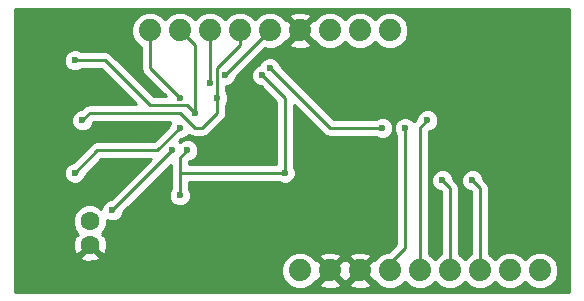
<source format=gbl>
G04 #@! TF.FileFunction,Copper,L2,Bot,Signal*
%FSLAX46Y46*%
G04 Gerber Fmt 4.6, Leading zero omitted, Abs format (unit mm)*
G04 Created by KiCad (PCBNEW 4.0.6) date Thursday, January 11, 2018 'PMt' 08:13:23 PM*
%MOMM*%
%LPD*%
G01*
G04 APERTURE LIST*
%ADD10C,0.100000*%
%ADD11C,1.597660*%
%ADD12C,1.879600*%
%ADD13C,0.600000*%
%ADD14C,0.250000*%
%ADD15C,0.254000*%
G04 APERTURE END LIST*
D10*
D11*
X147955000Y-107043220D03*
X147955000Y-105046780D03*
D12*
X186055000Y-109220000D03*
X183515000Y-109220000D03*
X180975000Y-109220000D03*
X178435000Y-109220000D03*
X175895000Y-109220000D03*
X173355000Y-109220000D03*
X170815000Y-109220000D03*
X168275000Y-109220000D03*
X165735000Y-109220000D03*
X153035000Y-88900000D03*
X155575000Y-88900000D03*
X158115000Y-88900000D03*
X160655000Y-88900000D03*
X163195000Y-88900000D03*
X165735000Y-88900000D03*
X168275000Y-88900000D03*
X170815000Y-88900000D03*
X173355000Y-88900000D03*
D13*
X143510000Y-102870000D03*
X167005000Y-105410000D03*
X170180000Y-92075000D03*
X149225000Y-97155000D03*
X163195000Y-102235000D03*
X159792500Y-99287500D03*
X161517500Y-99287500D03*
X161517500Y-97562500D03*
X159792500Y-97562500D03*
X149225000Y-100330000D03*
X177800000Y-101600000D03*
X172720000Y-97155000D03*
X163195000Y-92075000D03*
X174625000Y-97155000D03*
X149860000Y-104140000D03*
X154940000Y-99060000D03*
X162560000Y-92710000D03*
X164465000Y-100965000D03*
X155575000Y-102870000D03*
X156210000Y-99060000D03*
X155575000Y-94615000D03*
X146685000Y-91440000D03*
X156845000Y-95885000D03*
X158115000Y-93345000D03*
X158750000Y-94615000D03*
X147320000Y-96520000D03*
X159385000Y-92710000D03*
X155575000Y-97155000D03*
X146685000Y-100965000D03*
X180340000Y-101600000D03*
X176530000Y-96520000D03*
D14*
X159792500Y-99287500D02*
X160020000Y-99060000D01*
X161517500Y-99287500D02*
X161290000Y-99060000D01*
X161517500Y-97562500D02*
X161290000Y-97790000D01*
X159792500Y-97562500D02*
X160020000Y-97790000D01*
X178435000Y-102235000D02*
X178435000Y-109220000D01*
X177800000Y-101600000D02*
X178435000Y-102235000D01*
X168275000Y-97155000D02*
X172720000Y-97155000D01*
X163195000Y-92075000D02*
X168275000Y-97155000D01*
X174625000Y-107315000D02*
X173355000Y-108585000D01*
X174625000Y-97155000D02*
X174625000Y-107315000D01*
X173355000Y-108585000D02*
X173355000Y-109220000D01*
X154940000Y-99060000D02*
X149860000Y-104140000D01*
X164465000Y-94615000D02*
X164465000Y-100965000D01*
X162560000Y-92710000D02*
X164465000Y-94615000D01*
X164465000Y-100965000D02*
X155575000Y-100965000D01*
X155575000Y-99695000D02*
X155575000Y-100965000D01*
X155575000Y-100965000D02*
X155575000Y-102870000D01*
X156210000Y-99060000D02*
X155575000Y-99695000D01*
X153035000Y-92075000D02*
X153035000Y-88900000D01*
X155575000Y-94615000D02*
X153035000Y-92075000D01*
X156845000Y-95885000D02*
X156210000Y-95250000D01*
X149225000Y-91440000D02*
X146685000Y-91440000D01*
X153035000Y-95250000D02*
X149225000Y-91440000D01*
X156210000Y-95250000D02*
X153035000Y-95250000D01*
X156845000Y-90170000D02*
X155575000Y-88900000D01*
X156845000Y-95885000D02*
X156845000Y-90170000D01*
X158115000Y-93345000D02*
X158115000Y-88900000D01*
X156845000Y-97155000D02*
X155575000Y-95885000D01*
X158750000Y-92075000D02*
X158750000Y-94615000D01*
X158750000Y-94615000D02*
X158750000Y-95885000D01*
X158750000Y-95885000D02*
X157480000Y-97155000D01*
X157480000Y-97155000D02*
X156845000Y-97155000D01*
X159385000Y-91440000D02*
X158750000Y-92075000D01*
X147955000Y-95885000D02*
X147320000Y-96520000D01*
X155575000Y-95885000D02*
X147955000Y-95885000D01*
X160655000Y-90170000D02*
X160655000Y-88900000D01*
X159385000Y-91440000D02*
X160655000Y-90170000D01*
X159385000Y-92710000D02*
X163195000Y-88900000D01*
X155575000Y-97155000D02*
X153670000Y-99060000D01*
X153670000Y-99060000D02*
X148590000Y-99060000D01*
X148590000Y-99060000D02*
X146685000Y-100965000D01*
X180975000Y-102235000D02*
X180975000Y-109220000D01*
X180340000Y-101600000D02*
X180975000Y-102235000D01*
X175895000Y-97155000D02*
X175895000Y-109220000D01*
X176530000Y-96520000D02*
X175895000Y-97155000D01*
D15*
G36*
X188545000Y-111075000D02*
X141655000Y-111075000D01*
X141655000Y-109531873D01*
X164159927Y-109531873D01*
X164399171Y-110110887D01*
X164841783Y-110554272D01*
X165420379Y-110794526D01*
X166046873Y-110795073D01*
X166625887Y-110555829D01*
X166853144Y-110328968D01*
X167345637Y-110328968D01*
X167436923Y-110589580D01*
X168024833Y-110806045D01*
X168650828Y-110781049D01*
X169113077Y-110589580D01*
X169204363Y-110328968D01*
X169885637Y-110328968D01*
X169976923Y-110589580D01*
X170564833Y-110806045D01*
X171190828Y-110781049D01*
X171653077Y-110589580D01*
X171744363Y-110328968D01*
X170815000Y-109399605D01*
X169885637Y-110328968D01*
X169204363Y-110328968D01*
X168275000Y-109399605D01*
X167345637Y-110328968D01*
X166853144Y-110328968D01*
X167067601Y-110114885D01*
X167166032Y-110149363D01*
X168095395Y-109220000D01*
X168454605Y-109220000D01*
X169383968Y-110149363D01*
X169545000Y-110092957D01*
X169706032Y-110149363D01*
X170635395Y-109220000D01*
X170994605Y-109220000D01*
X171923968Y-110149363D01*
X172022964Y-110114687D01*
X172461783Y-110554272D01*
X173040379Y-110794526D01*
X173666873Y-110795073D01*
X174245887Y-110555829D01*
X174625273Y-110177104D01*
X175001783Y-110554272D01*
X175580379Y-110794526D01*
X176206873Y-110795073D01*
X176785887Y-110555829D01*
X177165273Y-110177104D01*
X177541783Y-110554272D01*
X178120379Y-110794526D01*
X178746873Y-110795073D01*
X179325887Y-110555829D01*
X179705273Y-110177104D01*
X180081783Y-110554272D01*
X180660379Y-110794526D01*
X181286873Y-110795073D01*
X181865887Y-110555829D01*
X182245273Y-110177104D01*
X182621783Y-110554272D01*
X183200379Y-110794526D01*
X183826873Y-110795073D01*
X184405887Y-110555829D01*
X184785273Y-110177104D01*
X185161783Y-110554272D01*
X185740379Y-110794526D01*
X186366873Y-110795073D01*
X186945887Y-110555829D01*
X187389272Y-110113217D01*
X187629526Y-109534621D01*
X187630073Y-108908127D01*
X187390829Y-108329113D01*
X186948217Y-107885728D01*
X186369621Y-107645474D01*
X185743127Y-107644927D01*
X185164113Y-107884171D01*
X184784727Y-108262896D01*
X184408217Y-107885728D01*
X183829621Y-107645474D01*
X183203127Y-107644927D01*
X182624113Y-107884171D01*
X182244727Y-108262896D01*
X181868217Y-107885728D01*
X181735000Y-107830411D01*
X181735000Y-102235000D01*
X181677148Y-101944161D01*
X181512401Y-101697599D01*
X181275122Y-101460320D01*
X181275162Y-101414833D01*
X181133117Y-101071057D01*
X180870327Y-100807808D01*
X180526799Y-100665162D01*
X180154833Y-100664838D01*
X179811057Y-100806883D01*
X179547808Y-101069673D01*
X179405162Y-101413201D01*
X179404838Y-101785167D01*
X179546883Y-102128943D01*
X179809673Y-102392192D01*
X180153201Y-102534838D01*
X180200077Y-102534879D01*
X180215000Y-102549802D01*
X180215000Y-107830090D01*
X180084113Y-107884171D01*
X179704727Y-108262896D01*
X179328217Y-107885728D01*
X179195000Y-107830411D01*
X179195000Y-102235000D01*
X179137148Y-101944161D01*
X178972401Y-101697599D01*
X178735122Y-101460320D01*
X178735162Y-101414833D01*
X178593117Y-101071057D01*
X178330327Y-100807808D01*
X177986799Y-100665162D01*
X177614833Y-100664838D01*
X177271057Y-100806883D01*
X177007808Y-101069673D01*
X176865162Y-101413201D01*
X176864838Y-101785167D01*
X177006883Y-102128943D01*
X177269673Y-102392192D01*
X177613201Y-102534838D01*
X177660077Y-102534879D01*
X177675000Y-102549802D01*
X177675000Y-107830090D01*
X177544113Y-107884171D01*
X177164727Y-108262896D01*
X176788217Y-107885728D01*
X176655000Y-107830411D01*
X176655000Y-97469802D01*
X176669680Y-97455122D01*
X176715167Y-97455162D01*
X177058943Y-97313117D01*
X177322192Y-97050327D01*
X177464838Y-96706799D01*
X177465162Y-96334833D01*
X177323117Y-95991057D01*
X177060327Y-95727808D01*
X176716799Y-95585162D01*
X176344833Y-95584838D01*
X176001057Y-95726883D01*
X175737808Y-95989673D01*
X175595162Y-96333201D01*
X175595121Y-96380077D01*
X175383659Y-96591539D01*
X175155327Y-96362808D01*
X174811799Y-96220162D01*
X174439833Y-96219838D01*
X174096057Y-96361883D01*
X173832808Y-96624673D01*
X173690162Y-96968201D01*
X173689838Y-97340167D01*
X173831883Y-97683943D01*
X173865000Y-97717118D01*
X173865000Y-107000198D01*
X173220116Y-107645082D01*
X173043127Y-107644927D01*
X172464113Y-107884171D01*
X172022399Y-108325115D01*
X171923968Y-108290637D01*
X170994605Y-109220000D01*
X170635395Y-109220000D01*
X169706032Y-108290637D01*
X169545000Y-108347043D01*
X169383968Y-108290637D01*
X168454605Y-109220000D01*
X168095395Y-109220000D01*
X167166032Y-108290637D01*
X167067036Y-108325313D01*
X166853129Y-108111032D01*
X167345637Y-108111032D01*
X168275000Y-109040395D01*
X169204363Y-108111032D01*
X169885637Y-108111032D01*
X170815000Y-109040395D01*
X171744363Y-108111032D01*
X171653077Y-107850420D01*
X171065167Y-107633955D01*
X170439172Y-107658951D01*
X169976923Y-107850420D01*
X169885637Y-108111032D01*
X169204363Y-108111032D01*
X169113077Y-107850420D01*
X168525167Y-107633955D01*
X167899172Y-107658951D01*
X167436923Y-107850420D01*
X167345637Y-108111032D01*
X166853129Y-108111032D01*
X166628217Y-107885728D01*
X166049621Y-107645474D01*
X165423127Y-107644927D01*
X164844113Y-107884171D01*
X164400728Y-108326783D01*
X164160474Y-108905379D01*
X164159927Y-109531873D01*
X141655000Y-109531873D01*
X141655000Y-108050117D01*
X147127708Y-108050117D01*
X147201699Y-108296115D01*
X147738502Y-108489020D01*
X148308266Y-108461816D01*
X148708301Y-108296115D01*
X148782292Y-108050117D01*
X147955000Y-107222825D01*
X147127708Y-108050117D01*
X141655000Y-108050117D01*
X141655000Y-91625167D01*
X145749838Y-91625167D01*
X145891883Y-91968943D01*
X146154673Y-92232192D01*
X146498201Y-92374838D01*
X146870167Y-92375162D01*
X147213943Y-92233117D01*
X147247118Y-92200000D01*
X148910198Y-92200000D01*
X151835198Y-95125000D01*
X147955000Y-95125000D01*
X147664161Y-95182852D01*
X147417599Y-95347599D01*
X147180320Y-95584878D01*
X147134833Y-95584838D01*
X146791057Y-95726883D01*
X146527808Y-95989673D01*
X146385162Y-96333201D01*
X146384838Y-96705167D01*
X146526883Y-97048943D01*
X146789673Y-97312192D01*
X147133201Y-97454838D01*
X147505167Y-97455162D01*
X147848943Y-97313117D01*
X148112192Y-97050327D01*
X148254838Y-96706799D01*
X148254879Y-96659923D01*
X148269802Y-96645000D01*
X154774367Y-96645000D01*
X154640162Y-96968201D01*
X154640121Y-97015077D01*
X153355198Y-98300000D01*
X148590000Y-98300000D01*
X148299161Y-98357852D01*
X148052599Y-98522599D01*
X146545320Y-100029878D01*
X146499833Y-100029838D01*
X146156057Y-100171883D01*
X145892808Y-100434673D01*
X145750162Y-100778201D01*
X145749838Y-101150167D01*
X145891883Y-101493943D01*
X146154673Y-101757192D01*
X146498201Y-101899838D01*
X146870167Y-101900162D01*
X147213943Y-101758117D01*
X147477192Y-101495327D01*
X147619838Y-101151799D01*
X147619879Y-101104923D01*
X148904802Y-99820000D01*
X153105198Y-99820000D01*
X149720320Y-103204878D01*
X149674833Y-103204838D01*
X149331057Y-103346883D01*
X149067808Y-103609673D01*
X148925162Y-103953201D01*
X148925131Y-103989092D01*
X148768260Y-103831947D01*
X148241458Y-103613200D01*
X147671045Y-103612702D01*
X147143862Y-103830530D01*
X146740167Y-104233520D01*
X146521420Y-104760322D01*
X146520922Y-105330735D01*
X146738750Y-105857918D01*
X146907404Y-106026868D01*
X146833222Y-106101050D01*
X146948101Y-106215929D01*
X146702105Y-106289919D01*
X146509200Y-106826722D01*
X146536404Y-107396486D01*
X146702105Y-107796521D01*
X146948103Y-107870512D01*
X147775395Y-107043220D01*
X147761253Y-107029078D01*
X147940858Y-106849473D01*
X147955000Y-106863615D01*
X147969143Y-106849473D01*
X148148748Y-107029078D01*
X148134605Y-107043220D01*
X148961897Y-107870512D01*
X149207895Y-107796521D01*
X149400800Y-107259718D01*
X149373596Y-106689954D01*
X149207895Y-106289919D01*
X148961899Y-106215929D01*
X149076778Y-106101050D01*
X149002655Y-106026927D01*
X149169833Y-105860040D01*
X149388580Y-105333238D01*
X149388909Y-104956789D01*
X149673201Y-105074838D01*
X150045167Y-105075162D01*
X150388943Y-104933117D01*
X150652192Y-104670327D01*
X150794838Y-104326799D01*
X150794879Y-104279923D01*
X154815000Y-100259802D01*
X154815000Y-102307537D01*
X154782808Y-102339673D01*
X154640162Y-102683201D01*
X154639838Y-103055167D01*
X154781883Y-103398943D01*
X155044673Y-103662192D01*
X155388201Y-103804838D01*
X155760167Y-103805162D01*
X156103943Y-103663117D01*
X156367192Y-103400327D01*
X156509838Y-103056799D01*
X156510162Y-102684833D01*
X156368117Y-102341057D01*
X156335000Y-102307882D01*
X156335000Y-101725000D01*
X163902537Y-101725000D01*
X163934673Y-101757192D01*
X164278201Y-101899838D01*
X164650167Y-101900162D01*
X164993943Y-101758117D01*
X165257192Y-101495327D01*
X165399838Y-101151799D01*
X165400162Y-100779833D01*
X165258117Y-100436057D01*
X165225000Y-100402882D01*
X165225000Y-95179802D01*
X167737599Y-97692401D01*
X167984161Y-97857148D01*
X168275000Y-97915000D01*
X172157537Y-97915000D01*
X172189673Y-97947192D01*
X172533201Y-98089838D01*
X172905167Y-98090162D01*
X173248943Y-97948117D01*
X173512192Y-97685327D01*
X173654838Y-97341799D01*
X173655162Y-96969833D01*
X173513117Y-96626057D01*
X173250327Y-96362808D01*
X172906799Y-96220162D01*
X172534833Y-96219838D01*
X172191057Y-96361883D01*
X172157882Y-96395000D01*
X168589802Y-96395000D01*
X164130122Y-91935320D01*
X164130162Y-91889833D01*
X163988117Y-91546057D01*
X163725327Y-91282808D01*
X163381799Y-91140162D01*
X163009833Y-91139838D01*
X162666057Y-91281883D01*
X162402808Y-91544673D01*
X162293235Y-91808554D01*
X162031057Y-91916883D01*
X161767808Y-92179673D01*
X161625162Y-92523201D01*
X161624838Y-92895167D01*
X161766883Y-93238943D01*
X162029673Y-93502192D01*
X162373201Y-93644838D01*
X162420077Y-93644879D01*
X163705000Y-94929802D01*
X163705000Y-100205000D01*
X156335000Y-100205000D01*
X156335000Y-100009802D01*
X156349680Y-99995122D01*
X156395167Y-99995162D01*
X156738943Y-99853117D01*
X157002192Y-99590327D01*
X157144838Y-99246799D01*
X157145162Y-98874833D01*
X157003117Y-98531057D01*
X156740327Y-98267808D01*
X156396799Y-98125162D01*
X156024833Y-98124838D01*
X155681057Y-98266883D01*
X155575046Y-98372710D01*
X155503631Y-98301171D01*
X155714680Y-98090122D01*
X155760167Y-98090162D01*
X156103943Y-97948117D01*
X156339052Y-97713418D01*
X156554160Y-97857148D01*
X156845000Y-97915000D01*
X157480000Y-97915000D01*
X157770839Y-97857148D01*
X158017401Y-97692401D01*
X159287401Y-96422401D01*
X159452148Y-96175840D01*
X159510000Y-95885000D01*
X159510000Y-95177463D01*
X159542192Y-95145327D01*
X159684838Y-94801799D01*
X159685162Y-94429833D01*
X159543117Y-94086057D01*
X159510000Y-94052882D01*
X159510000Y-93645110D01*
X159570167Y-93645162D01*
X159913943Y-93503117D01*
X160177192Y-93240327D01*
X160319838Y-92896799D01*
X160319879Y-92849923D01*
X162749586Y-90420216D01*
X162880379Y-90474526D01*
X163506873Y-90475073D01*
X164085887Y-90235829D01*
X164313144Y-90008968D01*
X164805637Y-90008968D01*
X164896923Y-90269580D01*
X165484833Y-90486045D01*
X166110828Y-90461049D01*
X166573077Y-90269580D01*
X166664363Y-90008968D01*
X165735000Y-89079605D01*
X164805637Y-90008968D01*
X164313144Y-90008968D01*
X164527601Y-89794885D01*
X164626032Y-89829363D01*
X165555395Y-88900000D01*
X165914605Y-88900000D01*
X166843968Y-89829363D01*
X166942964Y-89794687D01*
X167381783Y-90234272D01*
X167960379Y-90474526D01*
X168586873Y-90475073D01*
X169165887Y-90235829D01*
X169545273Y-89857104D01*
X169921783Y-90234272D01*
X170500379Y-90474526D01*
X171126873Y-90475073D01*
X171705887Y-90235829D01*
X172085273Y-89857104D01*
X172461783Y-90234272D01*
X173040379Y-90474526D01*
X173666873Y-90475073D01*
X174245887Y-90235829D01*
X174689272Y-89793217D01*
X174929526Y-89214621D01*
X174930073Y-88588127D01*
X174690829Y-88009113D01*
X174248217Y-87565728D01*
X173669621Y-87325474D01*
X173043127Y-87324927D01*
X172464113Y-87564171D01*
X172084727Y-87942896D01*
X171708217Y-87565728D01*
X171129621Y-87325474D01*
X170503127Y-87324927D01*
X169924113Y-87564171D01*
X169544727Y-87942896D01*
X169168217Y-87565728D01*
X168589621Y-87325474D01*
X167963127Y-87324927D01*
X167384113Y-87564171D01*
X166942399Y-88005115D01*
X166843968Y-87970637D01*
X165914605Y-88900000D01*
X165555395Y-88900000D01*
X164626032Y-87970637D01*
X164527036Y-88005313D01*
X164313129Y-87791032D01*
X164805637Y-87791032D01*
X165735000Y-88720395D01*
X166664363Y-87791032D01*
X166573077Y-87530420D01*
X165985167Y-87313955D01*
X165359172Y-87338951D01*
X164896923Y-87530420D01*
X164805637Y-87791032D01*
X164313129Y-87791032D01*
X164088217Y-87565728D01*
X163509621Y-87325474D01*
X162883127Y-87324927D01*
X162304113Y-87564171D01*
X161924727Y-87942896D01*
X161548217Y-87565728D01*
X160969621Y-87325474D01*
X160343127Y-87324927D01*
X159764113Y-87564171D01*
X159384727Y-87942896D01*
X159008217Y-87565728D01*
X158429621Y-87325474D01*
X157803127Y-87324927D01*
X157224113Y-87564171D01*
X156844727Y-87942896D01*
X156468217Y-87565728D01*
X155889621Y-87325474D01*
X155263127Y-87324927D01*
X154684113Y-87564171D01*
X154304727Y-87942896D01*
X153928217Y-87565728D01*
X153349621Y-87325474D01*
X152723127Y-87324927D01*
X152144113Y-87564171D01*
X151700728Y-88006783D01*
X151460474Y-88585379D01*
X151459927Y-89211873D01*
X151699171Y-89790887D01*
X152141783Y-90234272D01*
X152275000Y-90289589D01*
X152275000Y-92075000D01*
X152332852Y-92365839D01*
X152497599Y-92612401D01*
X154375198Y-94490000D01*
X153349802Y-94490000D01*
X149762401Y-90902599D01*
X149515839Y-90737852D01*
X149225000Y-90680000D01*
X147247463Y-90680000D01*
X147215327Y-90647808D01*
X146871799Y-90505162D01*
X146499833Y-90504838D01*
X146156057Y-90646883D01*
X145892808Y-90909673D01*
X145750162Y-91253201D01*
X145749838Y-91625167D01*
X141655000Y-91625167D01*
X141655000Y-87045000D01*
X188545000Y-87045000D01*
X188545000Y-111075000D01*
X188545000Y-111075000D01*
G37*
X188545000Y-111075000D02*
X141655000Y-111075000D01*
X141655000Y-109531873D01*
X164159927Y-109531873D01*
X164399171Y-110110887D01*
X164841783Y-110554272D01*
X165420379Y-110794526D01*
X166046873Y-110795073D01*
X166625887Y-110555829D01*
X166853144Y-110328968D01*
X167345637Y-110328968D01*
X167436923Y-110589580D01*
X168024833Y-110806045D01*
X168650828Y-110781049D01*
X169113077Y-110589580D01*
X169204363Y-110328968D01*
X169885637Y-110328968D01*
X169976923Y-110589580D01*
X170564833Y-110806045D01*
X171190828Y-110781049D01*
X171653077Y-110589580D01*
X171744363Y-110328968D01*
X170815000Y-109399605D01*
X169885637Y-110328968D01*
X169204363Y-110328968D01*
X168275000Y-109399605D01*
X167345637Y-110328968D01*
X166853144Y-110328968D01*
X167067601Y-110114885D01*
X167166032Y-110149363D01*
X168095395Y-109220000D01*
X168454605Y-109220000D01*
X169383968Y-110149363D01*
X169545000Y-110092957D01*
X169706032Y-110149363D01*
X170635395Y-109220000D01*
X170994605Y-109220000D01*
X171923968Y-110149363D01*
X172022964Y-110114687D01*
X172461783Y-110554272D01*
X173040379Y-110794526D01*
X173666873Y-110795073D01*
X174245887Y-110555829D01*
X174625273Y-110177104D01*
X175001783Y-110554272D01*
X175580379Y-110794526D01*
X176206873Y-110795073D01*
X176785887Y-110555829D01*
X177165273Y-110177104D01*
X177541783Y-110554272D01*
X178120379Y-110794526D01*
X178746873Y-110795073D01*
X179325887Y-110555829D01*
X179705273Y-110177104D01*
X180081783Y-110554272D01*
X180660379Y-110794526D01*
X181286873Y-110795073D01*
X181865887Y-110555829D01*
X182245273Y-110177104D01*
X182621783Y-110554272D01*
X183200379Y-110794526D01*
X183826873Y-110795073D01*
X184405887Y-110555829D01*
X184785273Y-110177104D01*
X185161783Y-110554272D01*
X185740379Y-110794526D01*
X186366873Y-110795073D01*
X186945887Y-110555829D01*
X187389272Y-110113217D01*
X187629526Y-109534621D01*
X187630073Y-108908127D01*
X187390829Y-108329113D01*
X186948217Y-107885728D01*
X186369621Y-107645474D01*
X185743127Y-107644927D01*
X185164113Y-107884171D01*
X184784727Y-108262896D01*
X184408217Y-107885728D01*
X183829621Y-107645474D01*
X183203127Y-107644927D01*
X182624113Y-107884171D01*
X182244727Y-108262896D01*
X181868217Y-107885728D01*
X181735000Y-107830411D01*
X181735000Y-102235000D01*
X181677148Y-101944161D01*
X181512401Y-101697599D01*
X181275122Y-101460320D01*
X181275162Y-101414833D01*
X181133117Y-101071057D01*
X180870327Y-100807808D01*
X180526799Y-100665162D01*
X180154833Y-100664838D01*
X179811057Y-100806883D01*
X179547808Y-101069673D01*
X179405162Y-101413201D01*
X179404838Y-101785167D01*
X179546883Y-102128943D01*
X179809673Y-102392192D01*
X180153201Y-102534838D01*
X180200077Y-102534879D01*
X180215000Y-102549802D01*
X180215000Y-107830090D01*
X180084113Y-107884171D01*
X179704727Y-108262896D01*
X179328217Y-107885728D01*
X179195000Y-107830411D01*
X179195000Y-102235000D01*
X179137148Y-101944161D01*
X178972401Y-101697599D01*
X178735122Y-101460320D01*
X178735162Y-101414833D01*
X178593117Y-101071057D01*
X178330327Y-100807808D01*
X177986799Y-100665162D01*
X177614833Y-100664838D01*
X177271057Y-100806883D01*
X177007808Y-101069673D01*
X176865162Y-101413201D01*
X176864838Y-101785167D01*
X177006883Y-102128943D01*
X177269673Y-102392192D01*
X177613201Y-102534838D01*
X177660077Y-102534879D01*
X177675000Y-102549802D01*
X177675000Y-107830090D01*
X177544113Y-107884171D01*
X177164727Y-108262896D01*
X176788217Y-107885728D01*
X176655000Y-107830411D01*
X176655000Y-97469802D01*
X176669680Y-97455122D01*
X176715167Y-97455162D01*
X177058943Y-97313117D01*
X177322192Y-97050327D01*
X177464838Y-96706799D01*
X177465162Y-96334833D01*
X177323117Y-95991057D01*
X177060327Y-95727808D01*
X176716799Y-95585162D01*
X176344833Y-95584838D01*
X176001057Y-95726883D01*
X175737808Y-95989673D01*
X175595162Y-96333201D01*
X175595121Y-96380077D01*
X175383659Y-96591539D01*
X175155327Y-96362808D01*
X174811799Y-96220162D01*
X174439833Y-96219838D01*
X174096057Y-96361883D01*
X173832808Y-96624673D01*
X173690162Y-96968201D01*
X173689838Y-97340167D01*
X173831883Y-97683943D01*
X173865000Y-97717118D01*
X173865000Y-107000198D01*
X173220116Y-107645082D01*
X173043127Y-107644927D01*
X172464113Y-107884171D01*
X172022399Y-108325115D01*
X171923968Y-108290637D01*
X170994605Y-109220000D01*
X170635395Y-109220000D01*
X169706032Y-108290637D01*
X169545000Y-108347043D01*
X169383968Y-108290637D01*
X168454605Y-109220000D01*
X168095395Y-109220000D01*
X167166032Y-108290637D01*
X167067036Y-108325313D01*
X166853129Y-108111032D01*
X167345637Y-108111032D01*
X168275000Y-109040395D01*
X169204363Y-108111032D01*
X169885637Y-108111032D01*
X170815000Y-109040395D01*
X171744363Y-108111032D01*
X171653077Y-107850420D01*
X171065167Y-107633955D01*
X170439172Y-107658951D01*
X169976923Y-107850420D01*
X169885637Y-108111032D01*
X169204363Y-108111032D01*
X169113077Y-107850420D01*
X168525167Y-107633955D01*
X167899172Y-107658951D01*
X167436923Y-107850420D01*
X167345637Y-108111032D01*
X166853129Y-108111032D01*
X166628217Y-107885728D01*
X166049621Y-107645474D01*
X165423127Y-107644927D01*
X164844113Y-107884171D01*
X164400728Y-108326783D01*
X164160474Y-108905379D01*
X164159927Y-109531873D01*
X141655000Y-109531873D01*
X141655000Y-108050117D01*
X147127708Y-108050117D01*
X147201699Y-108296115D01*
X147738502Y-108489020D01*
X148308266Y-108461816D01*
X148708301Y-108296115D01*
X148782292Y-108050117D01*
X147955000Y-107222825D01*
X147127708Y-108050117D01*
X141655000Y-108050117D01*
X141655000Y-91625167D01*
X145749838Y-91625167D01*
X145891883Y-91968943D01*
X146154673Y-92232192D01*
X146498201Y-92374838D01*
X146870167Y-92375162D01*
X147213943Y-92233117D01*
X147247118Y-92200000D01*
X148910198Y-92200000D01*
X151835198Y-95125000D01*
X147955000Y-95125000D01*
X147664161Y-95182852D01*
X147417599Y-95347599D01*
X147180320Y-95584878D01*
X147134833Y-95584838D01*
X146791057Y-95726883D01*
X146527808Y-95989673D01*
X146385162Y-96333201D01*
X146384838Y-96705167D01*
X146526883Y-97048943D01*
X146789673Y-97312192D01*
X147133201Y-97454838D01*
X147505167Y-97455162D01*
X147848943Y-97313117D01*
X148112192Y-97050327D01*
X148254838Y-96706799D01*
X148254879Y-96659923D01*
X148269802Y-96645000D01*
X154774367Y-96645000D01*
X154640162Y-96968201D01*
X154640121Y-97015077D01*
X153355198Y-98300000D01*
X148590000Y-98300000D01*
X148299161Y-98357852D01*
X148052599Y-98522599D01*
X146545320Y-100029878D01*
X146499833Y-100029838D01*
X146156057Y-100171883D01*
X145892808Y-100434673D01*
X145750162Y-100778201D01*
X145749838Y-101150167D01*
X145891883Y-101493943D01*
X146154673Y-101757192D01*
X146498201Y-101899838D01*
X146870167Y-101900162D01*
X147213943Y-101758117D01*
X147477192Y-101495327D01*
X147619838Y-101151799D01*
X147619879Y-101104923D01*
X148904802Y-99820000D01*
X153105198Y-99820000D01*
X149720320Y-103204878D01*
X149674833Y-103204838D01*
X149331057Y-103346883D01*
X149067808Y-103609673D01*
X148925162Y-103953201D01*
X148925131Y-103989092D01*
X148768260Y-103831947D01*
X148241458Y-103613200D01*
X147671045Y-103612702D01*
X147143862Y-103830530D01*
X146740167Y-104233520D01*
X146521420Y-104760322D01*
X146520922Y-105330735D01*
X146738750Y-105857918D01*
X146907404Y-106026868D01*
X146833222Y-106101050D01*
X146948101Y-106215929D01*
X146702105Y-106289919D01*
X146509200Y-106826722D01*
X146536404Y-107396486D01*
X146702105Y-107796521D01*
X146948103Y-107870512D01*
X147775395Y-107043220D01*
X147761253Y-107029078D01*
X147940858Y-106849473D01*
X147955000Y-106863615D01*
X147969143Y-106849473D01*
X148148748Y-107029078D01*
X148134605Y-107043220D01*
X148961897Y-107870512D01*
X149207895Y-107796521D01*
X149400800Y-107259718D01*
X149373596Y-106689954D01*
X149207895Y-106289919D01*
X148961899Y-106215929D01*
X149076778Y-106101050D01*
X149002655Y-106026927D01*
X149169833Y-105860040D01*
X149388580Y-105333238D01*
X149388909Y-104956789D01*
X149673201Y-105074838D01*
X150045167Y-105075162D01*
X150388943Y-104933117D01*
X150652192Y-104670327D01*
X150794838Y-104326799D01*
X150794879Y-104279923D01*
X154815000Y-100259802D01*
X154815000Y-102307537D01*
X154782808Y-102339673D01*
X154640162Y-102683201D01*
X154639838Y-103055167D01*
X154781883Y-103398943D01*
X155044673Y-103662192D01*
X155388201Y-103804838D01*
X155760167Y-103805162D01*
X156103943Y-103663117D01*
X156367192Y-103400327D01*
X156509838Y-103056799D01*
X156510162Y-102684833D01*
X156368117Y-102341057D01*
X156335000Y-102307882D01*
X156335000Y-101725000D01*
X163902537Y-101725000D01*
X163934673Y-101757192D01*
X164278201Y-101899838D01*
X164650167Y-101900162D01*
X164993943Y-101758117D01*
X165257192Y-101495327D01*
X165399838Y-101151799D01*
X165400162Y-100779833D01*
X165258117Y-100436057D01*
X165225000Y-100402882D01*
X165225000Y-95179802D01*
X167737599Y-97692401D01*
X167984161Y-97857148D01*
X168275000Y-97915000D01*
X172157537Y-97915000D01*
X172189673Y-97947192D01*
X172533201Y-98089838D01*
X172905167Y-98090162D01*
X173248943Y-97948117D01*
X173512192Y-97685327D01*
X173654838Y-97341799D01*
X173655162Y-96969833D01*
X173513117Y-96626057D01*
X173250327Y-96362808D01*
X172906799Y-96220162D01*
X172534833Y-96219838D01*
X172191057Y-96361883D01*
X172157882Y-96395000D01*
X168589802Y-96395000D01*
X164130122Y-91935320D01*
X164130162Y-91889833D01*
X163988117Y-91546057D01*
X163725327Y-91282808D01*
X163381799Y-91140162D01*
X163009833Y-91139838D01*
X162666057Y-91281883D01*
X162402808Y-91544673D01*
X162293235Y-91808554D01*
X162031057Y-91916883D01*
X161767808Y-92179673D01*
X161625162Y-92523201D01*
X161624838Y-92895167D01*
X161766883Y-93238943D01*
X162029673Y-93502192D01*
X162373201Y-93644838D01*
X162420077Y-93644879D01*
X163705000Y-94929802D01*
X163705000Y-100205000D01*
X156335000Y-100205000D01*
X156335000Y-100009802D01*
X156349680Y-99995122D01*
X156395167Y-99995162D01*
X156738943Y-99853117D01*
X157002192Y-99590327D01*
X157144838Y-99246799D01*
X157145162Y-98874833D01*
X157003117Y-98531057D01*
X156740327Y-98267808D01*
X156396799Y-98125162D01*
X156024833Y-98124838D01*
X155681057Y-98266883D01*
X155575046Y-98372710D01*
X155503631Y-98301171D01*
X155714680Y-98090122D01*
X155760167Y-98090162D01*
X156103943Y-97948117D01*
X156339052Y-97713418D01*
X156554160Y-97857148D01*
X156845000Y-97915000D01*
X157480000Y-97915000D01*
X157770839Y-97857148D01*
X158017401Y-97692401D01*
X159287401Y-96422401D01*
X159452148Y-96175840D01*
X159510000Y-95885000D01*
X159510000Y-95177463D01*
X159542192Y-95145327D01*
X159684838Y-94801799D01*
X159685162Y-94429833D01*
X159543117Y-94086057D01*
X159510000Y-94052882D01*
X159510000Y-93645110D01*
X159570167Y-93645162D01*
X159913943Y-93503117D01*
X160177192Y-93240327D01*
X160319838Y-92896799D01*
X160319879Y-92849923D01*
X162749586Y-90420216D01*
X162880379Y-90474526D01*
X163506873Y-90475073D01*
X164085887Y-90235829D01*
X164313144Y-90008968D01*
X164805637Y-90008968D01*
X164896923Y-90269580D01*
X165484833Y-90486045D01*
X166110828Y-90461049D01*
X166573077Y-90269580D01*
X166664363Y-90008968D01*
X165735000Y-89079605D01*
X164805637Y-90008968D01*
X164313144Y-90008968D01*
X164527601Y-89794885D01*
X164626032Y-89829363D01*
X165555395Y-88900000D01*
X165914605Y-88900000D01*
X166843968Y-89829363D01*
X166942964Y-89794687D01*
X167381783Y-90234272D01*
X167960379Y-90474526D01*
X168586873Y-90475073D01*
X169165887Y-90235829D01*
X169545273Y-89857104D01*
X169921783Y-90234272D01*
X170500379Y-90474526D01*
X171126873Y-90475073D01*
X171705887Y-90235829D01*
X172085273Y-89857104D01*
X172461783Y-90234272D01*
X173040379Y-90474526D01*
X173666873Y-90475073D01*
X174245887Y-90235829D01*
X174689272Y-89793217D01*
X174929526Y-89214621D01*
X174930073Y-88588127D01*
X174690829Y-88009113D01*
X174248217Y-87565728D01*
X173669621Y-87325474D01*
X173043127Y-87324927D01*
X172464113Y-87564171D01*
X172084727Y-87942896D01*
X171708217Y-87565728D01*
X171129621Y-87325474D01*
X170503127Y-87324927D01*
X169924113Y-87564171D01*
X169544727Y-87942896D01*
X169168217Y-87565728D01*
X168589621Y-87325474D01*
X167963127Y-87324927D01*
X167384113Y-87564171D01*
X166942399Y-88005115D01*
X166843968Y-87970637D01*
X165914605Y-88900000D01*
X165555395Y-88900000D01*
X164626032Y-87970637D01*
X164527036Y-88005313D01*
X164313129Y-87791032D01*
X164805637Y-87791032D01*
X165735000Y-88720395D01*
X166664363Y-87791032D01*
X166573077Y-87530420D01*
X165985167Y-87313955D01*
X165359172Y-87338951D01*
X164896923Y-87530420D01*
X164805637Y-87791032D01*
X164313129Y-87791032D01*
X164088217Y-87565728D01*
X163509621Y-87325474D01*
X162883127Y-87324927D01*
X162304113Y-87564171D01*
X161924727Y-87942896D01*
X161548217Y-87565728D01*
X160969621Y-87325474D01*
X160343127Y-87324927D01*
X159764113Y-87564171D01*
X159384727Y-87942896D01*
X159008217Y-87565728D01*
X158429621Y-87325474D01*
X157803127Y-87324927D01*
X157224113Y-87564171D01*
X156844727Y-87942896D01*
X156468217Y-87565728D01*
X155889621Y-87325474D01*
X155263127Y-87324927D01*
X154684113Y-87564171D01*
X154304727Y-87942896D01*
X153928217Y-87565728D01*
X153349621Y-87325474D01*
X152723127Y-87324927D01*
X152144113Y-87564171D01*
X151700728Y-88006783D01*
X151460474Y-88585379D01*
X151459927Y-89211873D01*
X151699171Y-89790887D01*
X152141783Y-90234272D01*
X152275000Y-90289589D01*
X152275000Y-92075000D01*
X152332852Y-92365839D01*
X152497599Y-92612401D01*
X154375198Y-94490000D01*
X153349802Y-94490000D01*
X149762401Y-90902599D01*
X149515839Y-90737852D01*
X149225000Y-90680000D01*
X147247463Y-90680000D01*
X147215327Y-90647808D01*
X146871799Y-90505162D01*
X146499833Y-90504838D01*
X146156057Y-90646883D01*
X145892808Y-90909673D01*
X145750162Y-91253201D01*
X145749838Y-91625167D01*
X141655000Y-91625167D01*
X141655000Y-87045000D01*
X188545000Y-87045000D01*
X188545000Y-111075000D01*
M02*

</source>
